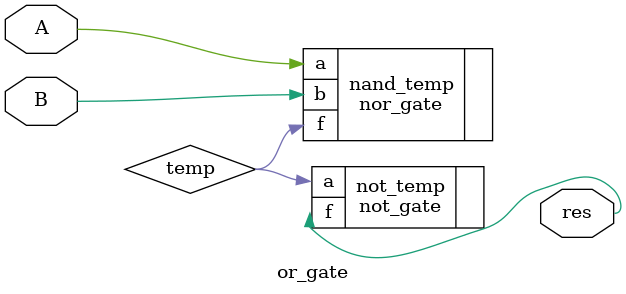
<source format=v>
`include "nor.v"
`include "not.v"
module or_gate(input A, input B, output res);

	wire temp;
	nor_gate nand_temp(
		.a(A),
		.b(B),
		.f(temp)
	);
	not_gate not_temp(
		.a(temp),
		.f(res)
	);

endmodule
</source>
